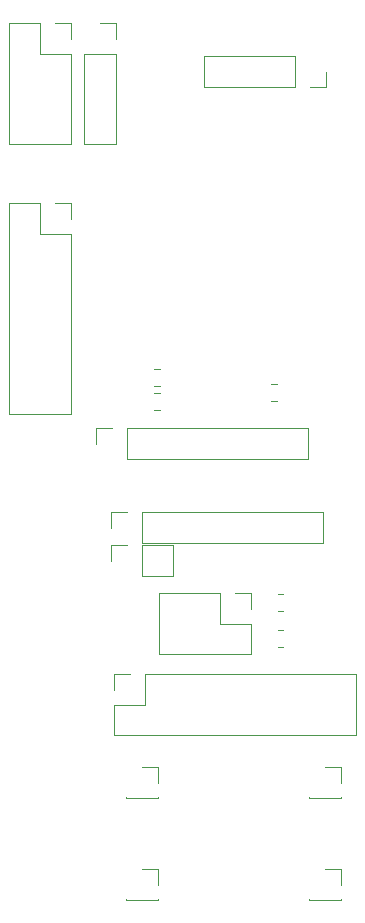
<source format=gbr>
%TF.GenerationSoftware,KiCad,Pcbnew,7.0.10*%
%TF.CreationDate,2024-01-29T09:08:00-07:00*%
%TF.ProjectId,AMPE32T30,414d5045-3332-4543-9330-2e6b69636164,rev?*%
%TF.SameCoordinates,PX76efc10PY5962530*%
%TF.FileFunction,Legend,Top*%
%TF.FilePolarity,Positive*%
%FSLAX46Y46*%
G04 Gerber Fmt 4.6, Leading zero omitted, Abs format (unit mm)*
G04 Created by KiCad (PCBNEW 7.0.10) date 2024-01-29 09:08:00*
%MOMM*%
%LPD*%
G01*
G04 APERTURE LIST*
%ADD10C,0.120000*%
G04 APERTURE END LIST*
D10*
%TO.C,J4*%
X11684000Y30674000D02*
X26984000Y30674000D01*
X11684000Y30674000D02*
X11684000Y33334000D01*
X26984000Y30674000D02*
X26984000Y33334000D01*
X9084000Y32004000D02*
X9084000Y33334000D01*
X9084000Y33334000D02*
X10414000Y33334000D01*
X11684000Y33334000D02*
X26984000Y33334000D01*
%TO.C,J5*%
X9338000Y14418000D02*
X29778000Y14418000D01*
X9338000Y14418000D02*
X9338000Y17018000D01*
X29778000Y14418000D02*
X29778000Y19618000D01*
X9338000Y17018000D02*
X11938000Y17018000D01*
X11938000Y17018000D02*
X11938000Y19618000D01*
X9338000Y18288000D02*
X9338000Y19618000D01*
X9338000Y19618000D02*
X10668000Y19618000D01*
X11938000Y19618000D02*
X29778000Y19618000D01*
%TO.C,J6*%
X11684000Y27880000D02*
X14284000Y27880000D01*
X11684000Y27880000D02*
X11684000Y30540000D01*
X14284000Y27880000D02*
X14284000Y30540000D01*
X9084000Y29210000D02*
X9084000Y30540000D01*
X9084000Y30540000D02*
X10414000Y30540000D01*
X11684000Y30540000D02*
X14284000Y30540000D01*
%TO.C,J7*%
X448000Y59496000D02*
X448000Y41596000D01*
X448000Y59496000D02*
X3048000Y59496000D01*
X448000Y41596000D02*
X5648000Y41596000D01*
X3048000Y59496000D02*
X3048000Y56896000D01*
X3048000Y56896000D02*
X5648000Y56896000D01*
X4318000Y59496000D02*
X5648000Y59496000D01*
X5648000Y59496000D02*
X5648000Y58166000D01*
X5648000Y56896000D02*
X5648000Y41596000D01*
%TO.C,R1*%
X13165064Y43969000D02*
X12710936Y43969000D01*
X13165064Y45439000D02*
X12710936Y45439000D01*
%TO.C,MP*%
X24638000Y71942000D02*
X16958000Y71942000D01*
X24638000Y71942000D02*
X24638000Y69282000D01*
X16958000Y71942000D02*
X16958000Y69282000D01*
X27238000Y70612000D02*
X27238000Y69282000D01*
X27238000Y69282000D02*
X25908000Y69282000D01*
X24638000Y69282000D02*
X16958000Y69282000D01*
%TO.C,J1*%
X448000Y74736000D02*
X448000Y64456000D01*
X448000Y74736000D02*
X3048000Y74736000D01*
X448000Y64456000D02*
X5648000Y64456000D01*
X3048000Y74736000D02*
X3048000Y72136000D01*
X3048000Y72136000D02*
X5648000Y72136000D01*
X4318000Y74736000D02*
X5648000Y74736000D01*
X5648000Y74736000D02*
X5648000Y73406000D01*
X5648000Y72136000D02*
X5648000Y64456000D01*
%TO.C,J3*%
X6798000Y72136000D02*
X6798000Y64456000D01*
X6798000Y72136000D02*
X9458000Y72136000D01*
X6798000Y64456000D02*
X9458000Y64456000D01*
X8128000Y74736000D02*
X9458000Y74736000D01*
X9458000Y74736000D02*
X9458000Y73406000D01*
X9458000Y72136000D02*
X9458000Y64456000D01*
%TO.C,R5*%
X22616936Y44169000D02*
X23071064Y44169000D01*
X22616936Y42699000D02*
X23071064Y42699000D01*
%TO.C,J12*%
X25848000Y568000D02*
X25848000Y448000D01*
X25848000Y448000D02*
X28508000Y448000D01*
X27178000Y3108000D02*
X28508000Y3108000D01*
X28508000Y3108000D02*
X28508000Y1778000D01*
X28508000Y568000D02*
X28508000Y448000D01*
%TO.C,J14*%
X10414000Y37786000D02*
X25714000Y37786000D01*
X10414000Y37786000D02*
X10414000Y40446000D01*
X25714000Y37786000D02*
X25714000Y40446000D01*
X7814000Y39116000D02*
X7814000Y40446000D01*
X7814000Y40446000D02*
X9144000Y40446000D01*
X10414000Y40446000D02*
X25714000Y40446000D01*
%TO.C,R2*%
X13165064Y41937000D02*
X12710936Y41937000D01*
X13165064Y43407000D02*
X12710936Y43407000D01*
%TO.C,J11*%
X25848000Y9204000D02*
X25848000Y9084000D01*
X25848000Y9084000D02*
X28508000Y9084000D01*
X27178000Y11744000D02*
X28508000Y11744000D01*
X28508000Y11744000D02*
X28508000Y10414000D01*
X28508000Y9204000D02*
X28508000Y9084000D01*
%TO.C,J13*%
X10354000Y568000D02*
X10354000Y448000D01*
X10354000Y448000D02*
X13014000Y448000D01*
X11684000Y3108000D02*
X13014000Y3108000D01*
X13014000Y3108000D02*
X13014000Y1778000D01*
X13014000Y568000D02*
X13014000Y448000D01*
%TO.C,J10*%
X10354000Y9204000D02*
X10354000Y9084000D01*
X10354000Y9084000D02*
X13014000Y9084000D01*
X11684000Y11744000D02*
X13014000Y11744000D01*
X13014000Y11744000D02*
X13014000Y10414000D01*
X13014000Y9204000D02*
X13014000Y9084000D01*
%TO.C,J2*%
X20888000Y26476000D02*
X20888000Y25146000D01*
X19558000Y26476000D02*
X20888000Y26476000D01*
X18288000Y26476000D02*
X13148000Y26476000D01*
X18288000Y26476000D02*
X18288000Y23876000D01*
X13148000Y26476000D02*
X13148000Y21276000D01*
X20888000Y23876000D02*
X20888000Y21276000D01*
X18288000Y23876000D02*
X20888000Y23876000D01*
X20888000Y21276000D02*
X13148000Y21276000D01*
%TO.C,R3*%
X23156936Y23341000D02*
X23611064Y23341000D01*
X23156936Y21871000D02*
X23611064Y21871000D01*
%TO.C,R4*%
X23611064Y24919000D02*
X23156936Y24919000D01*
X23611064Y26389000D02*
X23156936Y26389000D01*
%TD*%
M02*

</source>
